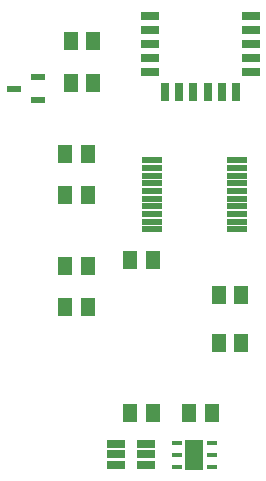
<source format=gbp>
G04 EAGLE Gerber RS-274X export*
G75*
%MOMM*%
%FSLAX34Y34*%
%LPD*%
%INBottom Paste*%
%IPPOS*%
%AMOC8*
5,1,8,0,0,1.08239X$1,22.5*%
G01*
%ADD10R,1.300000X1.500000*%
%ADD11R,0.850000X0.450000*%
%ADD12R,1.600000X2.500000*%
%ADD13R,1.702000X0.475200*%
%ADD14R,1.298200X0.597100*%
%ADD15R,1.542000X0.658700*%
%ADD16R,1.500000X0.700000*%
%ADD17R,0.700000X1.500000*%


D10*
X104500Y335000D03*
X85500Y335000D03*
X104500Y370000D03*
X85500Y370000D03*
X154500Y185000D03*
X135500Y185000D03*
X80500Y145000D03*
X99500Y145000D03*
X99500Y180000D03*
X80500Y180000D03*
D11*
X204500Y30000D03*
X204500Y20000D03*
X204500Y10000D03*
X175500Y10000D03*
X175500Y20000D03*
X175500Y30000D03*
D12*
X190000Y20000D03*
D10*
X185500Y55000D03*
X204500Y55000D03*
X229500Y115000D03*
X210500Y115000D03*
X229500Y155000D03*
X210500Y155000D03*
D13*
X153971Y210750D03*
X153971Y217250D03*
X153971Y223750D03*
X153971Y230250D03*
X153971Y236750D03*
X153971Y243250D03*
X153971Y249750D03*
X153971Y256250D03*
X153971Y262750D03*
X153971Y269250D03*
X226029Y269250D03*
X226029Y262750D03*
X226029Y256250D03*
X226029Y249750D03*
X226029Y243250D03*
X226029Y236750D03*
X226029Y230250D03*
X226029Y223750D03*
X226029Y217250D03*
X226029Y210750D03*
D14*
X57766Y339500D03*
X57766Y320500D03*
X37234Y330000D03*
D15*
X148936Y29240D03*
X148936Y20400D03*
X148936Y11560D03*
X123664Y11560D03*
X123664Y20400D03*
X123664Y29240D03*
D10*
X99500Y240000D03*
X80500Y240000D03*
X99500Y275000D03*
X80500Y275000D03*
X135500Y55000D03*
X154500Y55000D03*
D16*
X237600Y343900D03*
X237600Y355900D03*
X237600Y367900D03*
X237600Y379900D03*
X237600Y391900D03*
D17*
X225100Y327400D03*
X213100Y327400D03*
X201100Y327400D03*
X189100Y327400D03*
X177100Y327400D03*
X165100Y327400D03*
D16*
X152600Y343900D03*
X152600Y355900D03*
X152600Y367900D03*
X152600Y379900D03*
X152600Y391900D03*
M02*

</source>
